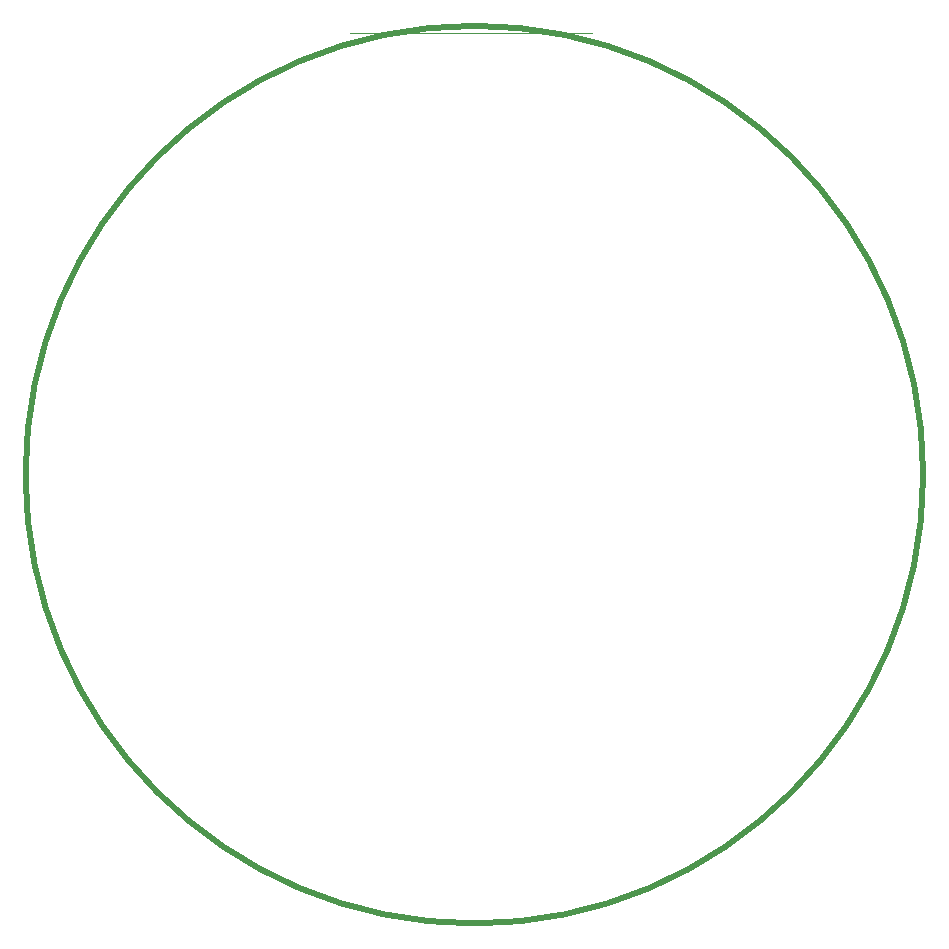
<source format=gbr>
G04 #@! TF.GenerationSoftware,KiCad,Pcbnew,(7.0.0-0)*
G04 #@! TF.CreationDate,2023-03-03T19:29:23-06:00*
G04 #@! TF.ProjectId,RP2040_minimal,52503230-3430-45f6-9d69-6e696d616c2e,REV1*
G04 #@! TF.SameCoordinates,Original*
G04 #@! TF.FileFunction,Profile,NP*
%FSLAX46Y46*%
G04 Gerber Fmt 4.6, Leading zero omitted, Abs format (unit mm)*
G04 Created by KiCad (PCBNEW (7.0.0-0)) date 2023-03-03 19:29:23*
%MOMM*%
%LPD*%
G01*
G04 APERTURE LIST*
G04 #@! TA.AperFunction,Profile*
%ADD10C,0.050000*%
G04 #@! TD*
G04 #@! TA.AperFunction,Profile*
%ADD11C,0.500000*%
G04 #@! TD*
G04 APERTURE END LIST*
D10*
X89480000Y-62600000D02*
X109980000Y-62600000D01*
D11*
X138000000Y-100000000D02*
G75*
G03*
X138000000Y-100000000I-38000000J0D01*
G01*
M02*

</source>
